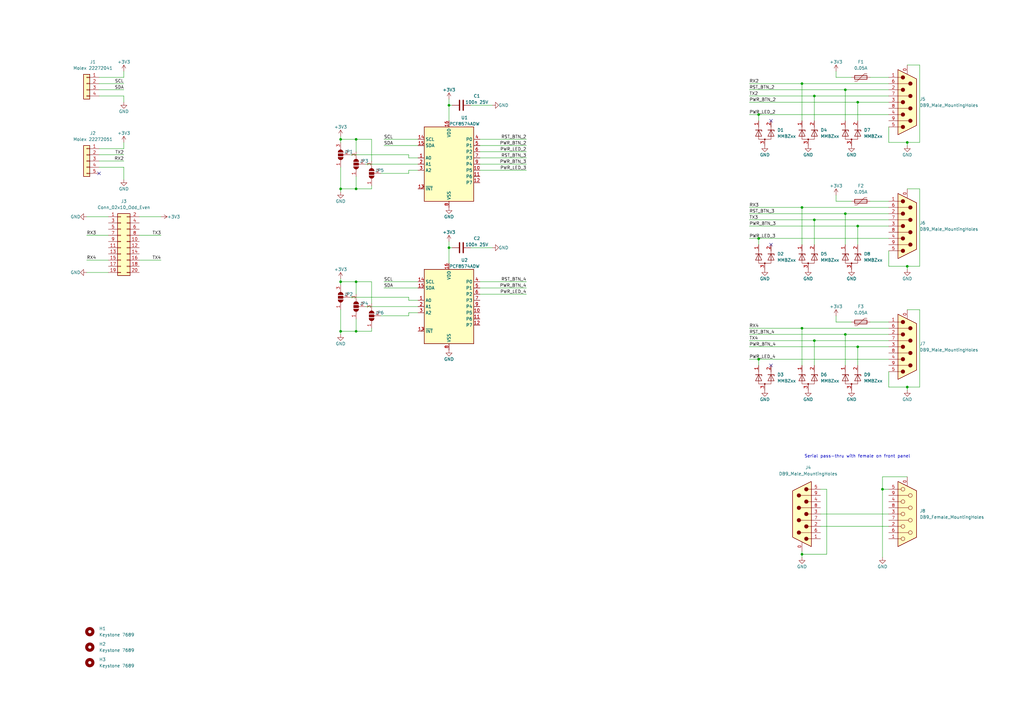
<source format=kicad_sch>
(kicad_sch (version 20201015) (generator eeschema)
  (paper "A3")
  (title_block (title "APU Interface Board") (date "2021-03-10") (rev "1") (company "AB Open"))
  (lib_symbols
    (symbol "Connector:DB9_Female_MountingHoles" (pin_names (offset 1.016) hide)
      (property "Reference" "J" (at 0 16.51 0))
      (property "Value" "DB9_Female_MountingHoles" (at 0 14.605 0))
      (symbol "DB9_Female_MountingHoles_0_1"
        (circle (center -1.778 -10.16) (radius 0.762))
        (circle (center -1.778 -5.08) (radius 0.762))
        (circle (center -1.778 0) (radius 0.762))
        (circle (center -1.778 5.08) (radius 0.762))
        (circle (center -1.778 10.16) (radius 0.762))
        (circle (center 1.27 -7.62) (radius 0.762))
        (circle (center 1.27 -2.54) (radius 0.762))
        (circle (center 1.27 2.54) (radius 0.762))
        (circle (center 1.27 7.62) (radius 0.762))
        (polyline (pts (xy -3.81 -10.16) (xy -2.54 -10.16)))
        (polyline (pts (xy -3.81 -7.62) (xy 0.508 -7.62)))
        (polyline (pts (xy -3.81 -5.08) (xy -2.54 -5.08)))
        (polyline (pts (xy -3.81 -2.54) (xy 0.508 -2.54)))
        (polyline (pts (xy -3.81 0) (xy -2.54 0)))
        (polyline (pts (xy -3.81 2.54) (xy 0.508 2.54)))
        (polyline (pts (xy -3.81 5.08) (xy -2.54 5.08)))
        (polyline (pts (xy -3.81 7.62) (xy 0.508 7.62)))
        (polyline (pts (xy -3.81 10.16) (xy -2.54 10.16)))
        (polyline (pts (xy -3.81 13.335) (xy -3.81 -13.335) (xy 3.81 -9.525) (xy 3.81 9.525) (xy -3.81 13.335)) (stroke (width 0.254)) (fill (type background)))
      )
      (symbol "DB9_Female_MountingHoles_1_1"
        (pin passive line (at 0 -15.24 90) (length 3.81) (name "PAD") (number "0"))
        (pin passive line (at -7.62 10.16 0) (length 3.81) (name "1") (number "1"))
        (pin passive line (at -7.62 5.08 0) (length 3.81) (name "2") (number "2"))
        (pin passive line (at -7.62 0 0) (length 3.81) (name "3") (number "3"))
        (pin passive line (at -7.62 -5.08 0) (length 3.81) (name "4") (number "4"))
        (pin passive line (at -7.62 -10.16 0) (length 3.81) (name "5") (number "5"))
        (pin passive line (at -7.62 7.62 0) (length 3.81) (name "6") (number "6"))
        (pin passive line (at -7.62 2.54 0) (length 3.81) (name "7") (number "7"))
        (pin passive line (at -7.62 -2.54 0) (length 3.81) (name "8") (number "8"))
        (pin passive line (at -7.62 -7.62 0) (length 3.81) (name "9") (number "9"))
      )
    )
    (symbol "Connector:DB9_Male_MountingHoles" (pin_names (offset 1.016) hide)
      (property "Reference" "J" (at 0 16.51 0))
      (property "Value" "DB9_Male_MountingHoles" (at 0 14.605 0))
      (symbol "DB9_Male_MountingHoles_0_1"
        (circle (center -1.778 -10.16) (radius 0.762) (fill (type outline)))
        (circle (center -1.778 -5.08) (radius 0.762) (fill (type outline)))
        (circle (center -1.778 0) (radius 0.762) (fill (type outline)))
        (circle (center -1.778 5.08) (radius 0.762) (fill (type outline)))
        (circle (center -1.778 10.16) (radius 0.762) (fill (type outline)))
        (circle (center 1.27 -7.62) (radius 0.762) (fill (type outline)))
        (circle (center 1.27 -2.54) (radius 0.762) (fill (type outline)))
        (circle (center 1.27 2.54) (radius 0.762) (fill (type outline)))
        (circle (center 1.27 7.62) (radius 0.762) (fill (type outline)))
        (polyline (pts (xy -3.81 -10.16) (xy -2.54 -10.16)))
        (polyline (pts (xy -3.81 -7.62) (xy 0.508 -7.62)))
        (polyline (pts (xy -3.81 -5.08) (xy -2.54 -5.08)))
        (polyline (pts (xy -3.81 -2.54) (xy 0.508 -2.54)))
        (polyline (pts (xy -3.81 0) (xy -2.54 0)))
        (polyline (pts (xy -3.81 2.54) (xy 0.508 2.54)))
        (polyline (pts (xy -3.81 5.08) (xy -2.54 5.08)))
        (polyline (pts (xy -3.81 7.62) (xy 0.508 7.62)))
        (polyline (pts (xy -3.81 10.16) (xy -2.54 10.16)))
        (polyline (pts (xy -3.81 -13.335) (xy -3.81 13.335) (xy 3.81 9.525) (xy 3.81 -9.525) (xy -3.81 -13.335)) (stroke (width 0.254)) (fill (type background)))
      )
      (symbol "DB9_Male_MountingHoles_1_1"
        (pin passive line (at 0 -15.24 90) (length 3.81) (name "PAD") (number "0"))
        (pin passive line (at -7.62 -10.16 0) (length 3.81) (name "1") (number "1"))
        (pin passive line (at -7.62 -5.08 0) (length 3.81) (name "2") (number "2"))
        (pin passive line (at -7.62 0 0) (length 3.81) (name "3") (number "3"))
        (pin passive line (at -7.62 5.08 0) (length 3.81) (name "4") (number "4"))
        (pin passive line (at -7.62 10.16 0) (length 3.81) (name "5") (number "5"))
        (pin passive line (at -7.62 -7.62 0) (length 3.81) (name "6") (number "6"))
        (pin passive line (at -7.62 -2.54 0) (length 3.81) (name "7") (number "7"))
        (pin passive line (at -7.62 2.54 0) (length 3.81) (name "8") (number "8"))
        (pin passive line (at -7.62 7.62 0) (length 3.81) (name "9") (number "9"))
      )
    )
    (symbol "Connector_Generic:Conn_01x04" (pin_names (offset 1.016) hide)
      (property "Reference" "J" (at 0 5.08 0))
      (property "Value" "Conn_01x04" (at 0 -7.62 0))
      (symbol "Conn_01x04_1_1"
        (rectangle (start -1.27 -4.953) (end 0 -5.207) (stroke (width 0.1524)))
        (rectangle (start -1.27 -2.413) (end 0 -2.667) (stroke (width 0.1524)))
        (rectangle (start -1.27 2.667) (end 0 2.413) (stroke (width 0.1524)))
        (rectangle (start -1.27 3.81) (end 1.27 -6.35) (stroke (width 0.254)) (fill (type background)))
        (rectangle (start -1.27 0.127) (end 0 -0.127) (stroke (width 0.1524)))
        (pin passive line (at -5.08 2.54 0) (length 3.81) (name "Pin_1") (number "1"))
        (pin passive line (at -5.08 0 0) (length 3.81) (name "Pin_2") (number "2"))
        (pin passive line (at -5.08 -2.54 0) (length 3.81) (name "Pin_3") (number "3"))
        (pin passive line (at -5.08 -5.08 0) (length 3.81) (name "Pin_4") (number "4"))
      )
    )
    (symbol "Connector_Generic:Conn_01x05" (pin_names (offset 1.016) hide)
      (property "Reference" "J" (at 0 7.62 0))
      (property "Value" "Conn_01x05" (at 0 -7.62 0))
      (symbol "Conn_01x05_1_1"
        (rectangle (start -1.27 -4.953) (end 0 -5.207) (stroke (width 0.1524)))
        (rectangle (start -1.27 -2.413) (end 0 -2.667) (stroke (width 0.1524)))
        (rectangle (start -1.27 2.667) (end 0 2.413) (stroke (width 0.1524)))
        (rectangle (start -1.27 5.207) (end 0 4.953) (stroke (width 0.1524)))
        (rectangle (start -1.27 6.35) (end 1.27 -6.35) (stroke (width 0.254)) (fill (type background)))
        (rectangle (start -1.27 0.127) (end 0 -0.127) (stroke (width 0.1524)))
        (pin passive line (at -5.08 5.08 0) (length 3.81) (name "Pin_1") (number "1"))
        (pin passive line (at -5.08 2.54 0) (length 3.81) (name "Pin_2") (number "2"))
        (pin passive line (at -5.08 0 0) (length 3.81) (name "Pin_3") (number "3"))
        (pin passive line (at -5.08 -2.54 0) (length 3.81) (name "Pin_4") (number "4"))
        (pin passive line (at -5.08 -5.08 0) (length 3.81) (name "Pin_5") (number "5"))
      )
    )
    (symbol "Connector_Generic:Conn_02x10_Odd_Even" (pin_names (offset 1.016) hide)
      (property "Reference" "J" (at 1.27 12.7 0))
      (property "Value" "Conn_02x10_Odd_Even" (at 1.27 -15.24 0))
      (symbol "Conn_02x10_Odd_Even_1_1"
        (rectangle (start -1.27 -4.953) (end 0 -5.207) (stroke (width 0.1524)))
        (rectangle (start -1.27 -7.493) (end 0 -7.747) (stroke (width 0.1524)))
        (rectangle (start -1.27 -10.033) (end 0 -10.287) (stroke (width 0.1524)))
        (rectangle (start -1.27 -12.573) (end 0 -12.827) (stroke (width 0.1524)))
        (rectangle (start -1.27 -2.413) (end 0 -2.667) (stroke (width 0.1524)))
        (rectangle (start -1.27 2.667) (end 0 2.413) (stroke (width 0.1524)))
        (rectangle (start -1.27 5.207) (end 0 4.953) (stroke (width 0.1524)))
        (rectangle (start -1.27 7.747) (end 0 7.493) (stroke (width 0.1524)))
        (rectangle (start -1.27 10.287) (end 0 10.033) (stroke (width 0.1524)))
        (rectangle (start -1.27 11.43) (end 3.81 -13.97) (stroke (width 0.254)) (fill (type background)))
        (rectangle (start -1.27 0.127) (end 0 -0.127) (stroke (width 0.1524)))
        (rectangle (start 3.81 -4.953) (end 2.54 -5.207) (stroke (width 0.1524)))
        (rectangle (start 3.81 -7.493) (end 2.54 -7.747) (stroke (width 0.1524)))
        (rectangle (start 3.81 -10.033) (end 2.54 -10.287) (stroke (width 0.1524)))
        (rectangle (start 3.81 -12.573) (end 2.54 -12.827) (stroke (width 0.1524)))
        (rectangle (start 3.81 -2.413) (end 2.54 -2.667) (stroke (width 0.1524)))
        (rectangle (start 3.81 2.667) (end 2.54 2.413) (stroke (width 0.1524)))
        (rectangle (start 3.81 5.207) (end 2.54 4.953) (stroke (width 0.1524)))
        (rectangle (start 3.81 7.747) (end 2.54 7.493) (stroke (width 0.1524)))
        (rectangle (start 3.81 10.287) (end 2.54 10.033) (stroke (width 0.1524)))
        (rectangle (start 3.81 0.127) (end 2.54 -0.127) (stroke (width 0.1524)))
        (pin passive line (at -5.08 10.16 0) (length 3.81) (name "Pin_1") (number "1"))
        (pin passive line (at 7.62 0 180) (length 3.81) (name "Pin_10") (number "10"))
        (pin passive line (at -5.08 -2.54 0) (length 3.81) (name "Pin_11") (number "11"))
        (pin passive line (at 7.62 -2.54 180) (length 3.81) (name "Pin_12") (number "12"))
        (pin passive line (at -5.08 -5.08 0) (length 3.81) (name "Pin_13") (number "13"))
        (pin passive line (at 7.62 -5.08 180) (length 3.81) (name "Pin_14") (number "14"))
        (pin passive line (at -5.08 -7.62 0) (length 3.81) (name "Pin_15") (number "15"))
        (pin passive line (at 7.62 -7.62 180) (length 3.81) (name "Pin_16") (number "16"))
        (pin passive line (at -5.08 -10.16 0) (length 3.81) (name "Pin_17") (number "17"))
        (pin passive line (at 7.62 -10.16 180) (length 3.81) (name "Pin_18") (number "18"))
        (pin passive line (at -5.08 -12.7 0) (length 3.81) (name "Pin_19") (number "19"))
        (pin passive line (at 7.62 10.16 180) (length 3.81) (name "Pin_2") (number "2"))
        (pin passive line (at 7.62 -12.7 180) (length 3.81) (name "Pin_20") (number "20"))
        (pin passive line (at -5.08 7.62 0) (length 3.81) (name "Pin_3") (number "3"))
        (pin passive line (at 7.62 7.62 180) (length 3.81) (name "Pin_4") (number "4"))
        (pin passive line (at -5.08 5.08 0) (length 3.81) (name "Pin_5") (number "5"))
        (pin passive line (at 7.62 5.08 180) (length 3.81) (name "Pin_6") (number "6"))
        (pin passive line (at -5.08 2.54 0) (length 3.81) (name "Pin_7") (number "7"))
        (pin passive line (at 7.62 2.54 180) (length 3.81) (name "Pin_8") (number "8"))
        (pin passive line (at -5.08 0 0) (length 3.81) (name "Pin_9") (number "9"))
      )
    )
    (symbol "Device:C" (pin_numbers hide) (pin_names (offset 0.254))
      (property "Reference" "C" (at 0.635 2.54 0))
      (property "Value" "C" (at 0.635 -2.54 0))
      (symbol "C_0_1"
        (polyline (pts (xy -2.032 -0.762) (xy 2.032 -0.762)) (stroke (width 0.508)))
        (polyline (pts (xy -2.032 0.762) (xy 2.032 0.762)) (stroke (width 0.508)))
      )
      (symbol "C_1_1"
        (pin passive line (at 0 3.81 270) (length 2.794) (name "~") (number "1"))
        (pin passive line (at 0 -3.81 90) (length 2.794) (name "~") (number "2"))
      )
    )
    (symbol "Device:Polyfuse" (pin_numbers hide) (pin_names (offset 0))
      (property "Reference" "F" (at -2.54 0 90))
      (property "Value" "Polyfuse" (at 2.54 0 90))
      (symbol "Polyfuse_0_1"
        (rectangle (start -0.762 2.54) (end 0.762 -2.54) (stroke (width 0.254)))
        (polyline (pts (xy 0 2.54) (xy 0 -2.54)))
        (polyline (pts (xy -1.524 2.54) (xy -1.524 1.524) (xy 1.524 -1.524) (xy 1.524 -2.54)))
      )
      (symbol "Polyfuse_1_1"
        (pin passive line (at 0 3.81 270) (length 1.27) (name "~") (number "1"))
        (pin passive line (at 0 -3.81 90) (length 1.27) (name "~") (number "2"))
      )
    )
    (symbol "Diode:MMBZxx" (pin_names (offset 1.016) hide)
      (property "Reference" "D" (at 3.81 2.54 0))
      (property "Value" "MMBZxx" (at 3.81 0 0))
      (symbol "MMBZxx_0_1"
        (circle (center 0 -2.54) (radius 0.254) (fill (type outline)))
        (polyline (pts (xy -2.54 -1.27) (xy -2.54 2.54)))
        (polyline (pts (xy 2.54 -1.27) (xy 2.54 2.54)))
        (polyline (pts (xy -3.81 1.27) (xy -1.27 1.27) (xy -1.27 0.762)) (stroke (width 0.254)))
        (polyline (pts (xy 1.27 1.27) (xy 3.81 1.27) (xy 3.81 0.762)) (stroke (width 0.254)))
        (polyline (pts (xy -2.54 0) (xy -2.54 -2.54) (xy 2.54 -2.54) (xy 2.54 0)))
      )
      (symbol "MMBZxx_1_1"
        (polyline (pts (xy -3.81 -1.27) (xy -1.27 -1.27) (xy -2.54 1.27) (xy -3.81 -1.27)) (stroke (width 0.2032)))
        (polyline (pts (xy 1.27 -1.27) (xy 3.81 -1.27) (xy 2.54 1.27) (xy 1.27 -1.27)) (stroke (width 0.2032)))
        (pin passive line (at -2.54 5.08 270) (length 2.54) (name "K") (number "1"))
        (pin passive line (at 2.54 5.08 270) (length 2.54) (name "K") (number "2"))
        (pin passive line (at 0 -5.08 90) (length 2.54) (name "A") (number "3"))
      )
    )
    (symbol "Interface_Expansion:PCF8574"
      (property "Reference" "U" (at -8.89 16.51 0))
      (property "Value" "PCF8574" (at 2.54 16.51 0))
      (symbol "PCF8574_0_1"
        (rectangle (start -10.16 15.24) (end 10.16 -15.24) (stroke (width 0.254)) (fill (type background)))
      )
      (symbol "PCF8574_1_1"
        (pin input line (at -12.7 2.54 0) (length 2.54) (name "A0") (number "1"))
        (pin bidirectional line (at 12.7 -2.54 180) (length 2.54) (name "P5") (number "10"))
        (pin bidirectional line (at 12.7 -5.08 180) (length 2.54) (name "P6") (number "11"))
        (pin bidirectional line (at 12.7 -7.62 180) (length 2.54) (name "P7") (number "12"))
        (pin open_collector output_low (at -12.7 -10.16 0) (length 2.54) (name "~INT~") (number "13"))
        (pin input line (at -12.7 10.16 0) (length 2.54) (name "SCL") (number "14"))
        (pin bidirectional line (at -12.7 7.62 0) (length 2.54) (name "SDA") (number "15"))
        (pin power_in line (at 0 17.78 270) (length 2.54) (name "VDD") (number "16"))
        (pin input line (at -12.7 0 0) (length 2.54) (name "A1") (number "2"))
        (pin input line (at -12.7 -2.54 0) (length 2.54) (name "A2") (number "3"))
        (pin bidirectional line (at 12.7 10.16 180) (length 2.54) (name "P0") (number "4"))
        (pin bidirectional line (at 12.7 7.62 180) (length 2.54) (name "P1") (number "5"))
        (pin bidirectional line (at 12.7 5.08 180) (length 2.54) (name "P2") (number "6"))
        (pin bidirectional line (at 12.7 2.54 180) (length 2.54) (name "P3") (number "7"))
        (pin power_in line (at 0 -17.78 90) (length 2.54) (name "VSS") (number "8"))
        (pin bidirectional line (at 12.7 0 180) (length 2.54) (name "P4") (number "9"))
      )
    )
    (symbol "Jumper:SolderJumper_3_Open" (pin_names (offset 0) hide)
      (property "Reference" "JP" (at -2.54 -2.54 0))
      (property "Value" "SolderJumper_3_Open" (at 0 2.794 0))
      (symbol "SolderJumper_3_Open_0_1"
        (arc (start -1.016 1.016) (end -1.016 -1.016) (radius (at -1.016 0) (length 1.016) (angles 90.1 -90.1)))
        (arc (start -1.016 1.016) (end -1.016 -1.016) (radius (at -1.016 0) (length 1.016) (angles 90.1 -90.1)) (fill (type outline)))
        (arc (start 1.016 -1.016) (end 1.016 1.016) (radius (at 1.016 0) (length 1.016) (angles -89.9 89.9)))
        (arc (start 1.016 -1.016) (end 1.016 1.016) (radius (at 1.016 0) (length 1.016) (angles -89.9 89.9)) (fill (type outline)))
        (rectangle (start -0.508 1.016) (end 0.508 -1.016) (fill (type outline)))
        (polyline (pts (xy -2.54 0) (xy -2.032 0)))
        (polyline (pts (xy -1.016 1.016) (xy -1.016 -1.016)))
        (polyline (pts (xy 0 -1.27) (xy 0 -1.016)))
        (polyline (pts (xy 1.016 1.016) (xy 1.016 -1.016)))
        (polyline (pts (xy 2.54 0) (xy 2.032 0)))
      )
      (symbol "SolderJumper_3_Open_1_1"
        (pin passive line (at -5.08 0 0) (length 2.54) (name "A") (number "1"))
        (pin input line (at 0 -3.81 90) (length 2.54) (name "C") (number "2"))
        (pin passive line (at 5.08 0 180) (length 2.54) (name "B") (number "3"))
      )
    )
    (symbol "Mechanical:MountingHole" (pin_names (offset 1.016))
      (property "Reference" "H" (at 0 5.08 0))
      (property "Value" "MountingHole" (at 0 3.175 0))
      (symbol "MountingHole_0_1"
        (circle (center 0 0) (radius 1.27) (stroke (width 1.27)))
      )
    )
    (symbol "power:+3V3" (power) (pin_names (offset 0))
      (property "Value" "+3V3" (at 0 3.556 0))
      (symbol "+3V3_0_1"
        (polyline (pts (xy -0.762 1.27) (xy 0 2.54)))
        (polyline (pts (xy 0 0) (xy 0 2.54)))
        (polyline (pts (xy 0 2.54) (xy 0.762 1.27)))
      )
      (symbol "+3V3_1_1"
        (pin power_in line (at 0 0 90) (length 0) hide (name "+3V3") (number "1"))
      )
    )
    (symbol "power:GND" (power) (pin_names (offset 0))
      (property "Value" "GND" (at 0 -3.81 0))
      (symbol "GND_0_1"
        (polyline (pts (xy 0 0) (xy 0 -1.27) (xy 1.27 -1.27) (xy 0 -2.54) (xy -1.27 -1.27) (xy 0 -1.27)))
      )
      (symbol "GND_1_1"
        (pin power_in line (at 0 0 270) (length 0) hide (name "GND") (number "1"))
      )
    )
  )
  (junction (at 139.7 57.15) (diameter 0.9144))
  (junction (at 139.7 77.47) (diameter 0.9144))
  (junction (at 139.7 115.57) (diameter 0.9144))
  (junction (at 139.7 135.89) (diameter 0.9144))
  (junction (at 146.05 57.15) (diameter 0.9144))
  (junction (at 146.05 77.47) (diameter 0.9144))
  (junction (at 146.05 115.57) (diameter 0.9144))
  (junction (at 146.05 135.89) (diameter 0.9144))
  (junction (at 184.15 43.18) (diameter 0.9144))
  (junction (at 184.15 101.6) (diameter 0.9144))
  (junction (at 311.15 46.99) (diameter 0.9144))
  (junction (at 311.15 97.79) (diameter 0.9144))
  (junction (at 311.15 147.32) (diameter 0.9144))
  (junction (at 328.93 34.29) (diameter 0.9144))
  (junction (at 328.93 85.09) (diameter 0.9144))
  (junction (at 328.93 134.62) (diameter 0.9144))
  (junction (at 328.93 227.33) (diameter 0.9144))
  (junction (at 334.01 39.37) (diameter 0.9144))
  (junction (at 334.01 90.17) (diameter 0.9144))
  (junction (at 334.01 139.7) (diameter 0.9144))
  (junction (at 346.71 36.83) (diameter 0.9144))
  (junction (at 346.71 87.63) (diameter 0.9144))
  (junction (at 346.71 137.16) (diameter 0.9144))
  (junction (at 351.79 41.91) (diameter 0.9144))
  (junction (at 351.79 92.71) (diameter 0.9144))
  (junction (at 351.79 142.24) (diameter 0.9144))
  (junction (at 361.95 200.66) (diameter 0.9144))
  (junction (at 372.11 58.42) (diameter 0.9144))
  (junction (at 372.11 109.22) (diameter 0.9144))
  (junction (at 372.11 158.75) (diameter 0.9144))
  (no_connect (at 316.23 49.53))
  (no_connect (at 40.64 71.12))
  (no_connect (at 316.23 100.33))
  (no_connect (at 316.23 149.86))
  (wire (pts (xy 35.56 88.9) (xy 44.45 88.9)))
  (wire (pts (xy 35.56 96.52) (xy 44.45 96.52)))
  (wire (pts (xy 35.56 106.68) (xy 44.45 106.68)))
  (wire (pts (xy 35.56 111.76) (xy 44.45 111.76)))
  (wire (pts (xy 40.64 31.75) (xy 50.8 31.75)))
  (wire (pts (xy 40.64 34.29) (xy 50.8 34.29)))
  (wire (pts (xy 40.64 36.83) (xy 50.8 36.83)))
  (wire (pts (xy 40.64 39.37) (xy 50.8 39.37)))
  (wire (pts (xy 40.64 60.96) (xy 50.8 60.96)))
  (wire (pts (xy 40.64 63.5) (xy 50.8 63.5)))
  (wire (pts (xy 40.64 66.04) (xy 50.8 66.04)))
  (wire (pts (xy 40.64 68.58) (xy 50.8 68.58)))
  (wire (pts (xy 50.8 31.75) (xy 50.8 29.21)))
  (wire (pts (xy 50.8 39.37) (xy 50.8 41.91)))
  (wire (pts (xy 50.8 60.96) (xy 50.8 58.42)))
  (wire (pts (xy 50.8 68.58) (xy 50.8 73.66)))
  (wire (pts (xy 57.15 88.9) (xy 66.04 88.9)))
  (wire (pts (xy 57.15 96.52) (xy 66.04 96.52)))
  (wire (pts (xy 57.15 106.68) (xy 66.04 106.68)))
  (wire (pts (xy 139.7 55.88) (xy 139.7 57.15)))
  (wire (pts (xy 139.7 57.15) (xy 139.7 58.42)))
  (wire (pts (xy 139.7 57.15) (xy 146.05 57.15)))
  (wire (pts (xy 139.7 68.58) (xy 139.7 77.47)))
  (wire (pts (xy 139.7 77.47) (xy 139.7 78.74)))
  (wire (pts (xy 139.7 114.3) (xy 139.7 115.57)))
  (wire (pts (xy 139.7 115.57) (xy 139.7 116.84)))
  (wire (pts (xy 139.7 115.57) (xy 146.05 115.57)))
  (wire (pts (xy 139.7 127) (xy 139.7 135.89)))
  (wire (pts (xy 139.7 135.89) (xy 139.7 137.16)))
  (wire (pts (xy 143.51 63.5) (xy 167.64 63.5)))
  (wire (pts (xy 143.51 121.92) (xy 167.64 121.92)))
  (wire (pts (xy 146.05 57.15) (xy 146.05 62.23)))
  (wire (pts (xy 146.05 57.15) (xy 152.4 57.15)))
  (wire (pts (xy 146.05 72.39) (xy 146.05 77.47)))
  (wire (pts (xy 146.05 77.47) (xy 139.7 77.47)))
  (wire (pts (xy 146.05 115.57) (xy 146.05 120.65)))
  (wire (pts (xy 146.05 115.57) (xy 152.4 115.57)))
  (wire (pts (xy 146.05 130.81) (xy 146.05 135.89)))
  (wire (pts (xy 146.05 135.89) (xy 139.7 135.89)))
  (wire (pts (xy 149.86 67.31) (xy 171.45 67.31)))
  (wire (pts (xy 149.86 125.73) (xy 171.45 125.73)))
  (wire (pts (xy 152.4 57.15) (xy 152.4 66.04)))
  (wire (pts (xy 152.4 76.2) (xy 152.4 77.47)))
  (wire (pts (xy 152.4 77.47) (xy 146.05 77.47)))
  (wire (pts (xy 152.4 115.57) (xy 152.4 124.46)))
  (wire (pts (xy 152.4 134.62) (xy 152.4 135.89)))
  (wire (pts (xy 152.4 135.89) (xy 146.05 135.89)))
  (wire (pts (xy 156.21 71.12) (xy 167.64 71.12)))
  (wire (pts (xy 156.21 129.54) (xy 167.64 129.54)))
  (wire (pts (xy 157.48 57.15) (xy 171.45 57.15)))
  (wire (pts (xy 157.48 59.69) (xy 171.45 59.69)))
  (wire (pts (xy 157.48 115.57) (xy 171.45 115.57)))
  (wire (pts (xy 157.48 118.11) (xy 171.45 118.11)))
  (wire (pts (xy 167.64 63.5) (xy 167.64 64.77)))
  (wire (pts (xy 167.64 64.77) (xy 171.45 64.77)))
  (wire (pts (xy 167.64 69.85) (xy 171.45 69.85)))
  (wire (pts (xy 167.64 71.12) (xy 167.64 69.85)))
  (wire (pts (xy 167.64 121.92) (xy 167.64 123.19)))
  (wire (pts (xy 167.64 123.19) (xy 171.45 123.19)))
  (wire (pts (xy 167.64 128.27) (xy 167.64 129.54)))
  (wire (pts (xy 167.64 128.27) (xy 171.45 128.27)))
  (wire (pts (xy 184.15 40.64) (xy 184.15 43.18)))
  (wire (pts (xy 184.15 43.18) (xy 184.15 49.53)))
  (wire (pts (xy 184.15 99.06) (xy 184.15 101.6)))
  (wire (pts (xy 184.15 101.6) (xy 184.15 107.95)))
  (wire (pts (xy 185.42 43.18) (xy 184.15 43.18)))
  (wire (pts (xy 185.42 101.6) (xy 184.15 101.6)))
  (wire (pts (xy 193.04 43.18) (xy 201.93 43.18)))
  (wire (pts (xy 193.04 101.6) (xy 201.93 101.6)))
  (wire (pts (xy 196.85 57.15) (xy 215.9 57.15)))
  (wire (pts (xy 196.85 59.69) (xy 215.9 59.69)))
  (wire (pts (xy 196.85 62.23) (xy 215.9 62.23)))
  (wire (pts (xy 196.85 64.77) (xy 215.9 64.77)))
  (wire (pts (xy 196.85 67.31) (xy 215.9 67.31)))
  (wire (pts (xy 196.85 69.85) (xy 215.9 69.85)))
  (wire (pts (xy 196.85 115.57) (xy 215.9 115.57)))
  (wire (pts (xy 196.85 118.11) (xy 215.9 118.11)))
  (wire (pts (xy 196.85 120.65) (xy 215.9 120.65)))
  (wire (pts (xy 307.34 34.29) (xy 328.93 34.29)))
  (wire (pts (xy 307.34 36.83) (xy 346.71 36.83)))
  (wire (pts (xy 307.34 39.37) (xy 334.01 39.37)))
  (wire (pts (xy 307.34 41.91) (xy 351.79 41.91)))
  (wire (pts (xy 307.34 46.99) (xy 311.15 46.99)))
  (wire (pts (xy 307.34 85.09) (xy 328.93 85.09)))
  (wire (pts (xy 307.34 87.63) (xy 346.71 87.63)))
  (wire (pts (xy 307.34 90.17) (xy 334.01 90.17)))
  (wire (pts (xy 307.34 92.71) (xy 351.79 92.71)))
  (wire (pts (xy 307.34 97.79) (xy 311.15 97.79)))
  (wire (pts (xy 307.34 134.62) (xy 328.93 134.62)))
  (wire (pts (xy 307.34 137.16) (xy 346.71 137.16)))
  (wire (pts (xy 307.34 139.7) (xy 334.01 139.7)))
  (wire (pts (xy 307.34 142.24) (xy 351.79 142.24)))
  (wire (pts (xy 307.34 147.32) (xy 311.15 147.32)))
  (wire (pts (xy 311.15 46.99) (xy 311.15 49.53)))
  (wire (pts (xy 311.15 46.99) (xy 364.49 46.99)))
  (wire (pts (xy 311.15 97.79) (xy 311.15 100.33)))
  (wire (pts (xy 311.15 97.79) (xy 364.49 97.79)))
  (wire (pts (xy 311.15 147.32) (xy 311.15 149.86)))
  (wire (pts (xy 311.15 147.32) (xy 364.49 147.32)))
  (wire (pts (xy 328.93 34.29) (xy 328.93 49.53)))
  (wire (pts (xy 328.93 34.29) (xy 364.49 34.29)))
  (wire (pts (xy 328.93 85.09) (xy 328.93 100.33)))
  (wire (pts (xy 328.93 85.09) (xy 364.49 85.09)))
  (wire (pts (xy 328.93 134.62) (xy 328.93 149.86)))
  (wire (pts (xy 328.93 134.62) (xy 364.49 134.62)))
  (wire (pts (xy 328.93 226.06) (xy 328.93 227.33)))
  (wire (pts (xy 328.93 227.33) (xy 328.93 228.6)))
  (wire (pts (xy 328.93 227.33) (xy 339.09 227.33)))
  (wire (pts (xy 334.01 39.37) (xy 334.01 49.53)))
  (wire (pts (xy 334.01 39.37) (xy 364.49 39.37)))
  (wire (pts (xy 334.01 90.17) (xy 334.01 100.33)))
  (wire (pts (xy 334.01 90.17) (xy 364.49 90.17)))
  (wire (pts (xy 334.01 139.7) (xy 334.01 149.86)))
  (wire (pts (xy 334.01 139.7) (xy 364.49 139.7)))
  (wire (pts (xy 336.55 200.66) (xy 339.09 200.66)))
  (wire (pts (xy 336.55 210.82) (xy 364.49 210.82)))
  (wire (pts (xy 336.55 215.9) (xy 364.49 215.9)))
  (wire (pts (xy 339.09 200.66) (xy 339.09 227.33)))
  (wire (pts (xy 342.9 31.75) (xy 342.9 29.21)))
  (wire (pts (xy 342.9 82.55) (xy 342.9 80.01)))
  (wire (pts (xy 342.9 132.08) (xy 342.9 129.54)))
  (wire (pts (xy 346.71 36.83) (xy 346.71 49.53)))
  (wire (pts (xy 346.71 36.83) (xy 364.49 36.83)))
  (wire (pts (xy 346.71 87.63) (xy 346.71 100.33)))
  (wire (pts (xy 346.71 87.63) (xy 364.49 87.63)))
  (wire (pts (xy 346.71 137.16) (xy 346.71 149.86)))
  (wire (pts (xy 346.71 137.16) (xy 364.49 137.16)))
  (wire (pts (xy 349.25 31.75) (xy 342.9 31.75)))
  (wire (pts (xy 349.25 82.55) (xy 342.9 82.55)))
  (wire (pts (xy 349.25 132.08) (xy 342.9 132.08)))
  (wire (pts (xy 351.79 41.91) (xy 351.79 49.53)))
  (wire (pts (xy 351.79 41.91) (xy 364.49 41.91)))
  (wire (pts (xy 351.79 92.71) (xy 351.79 100.33)))
  (wire (pts (xy 351.79 92.71) (xy 364.49 92.71)))
  (wire (pts (xy 351.79 142.24) (xy 351.79 149.86)))
  (wire (pts (xy 351.79 142.24) (xy 364.49 142.24)))
  (wire (pts (xy 356.87 31.75) (xy 364.49 31.75)))
  (wire (pts (xy 356.87 82.55) (xy 364.49 82.55)))
  (wire (pts (xy 356.87 132.08) (xy 364.49 132.08)))
  (wire (pts (xy 361.95 195.58) (xy 361.95 200.66)))
  (wire (pts (xy 361.95 200.66) (xy 361.95 228.6)))
  (wire (pts (xy 361.95 200.66) (xy 364.49 200.66)))
  (wire (pts (xy 364.49 58.42) (xy 364.49 52.07)))
  (wire (pts (xy 364.49 109.22) (xy 364.49 102.87)))
  (wire (pts (xy 364.49 158.75) (xy 364.49 152.4)))
  (wire (pts (xy 364.49 158.75) (xy 372.11 158.75)))
  (wire (pts (xy 372.11 26.67) (xy 377.19 26.67)))
  (wire (pts (xy 372.11 58.42) (xy 364.49 58.42)))
  (wire (pts (xy 372.11 58.42) (xy 372.11 59.69)))
  (wire (pts (xy 372.11 109.22) (xy 364.49 109.22)))
  (wire (pts (xy 372.11 109.22) (xy 372.11 110.49)))
  (wire (pts (xy 372.11 109.22) (xy 377.19 109.22)))
  (wire (pts (xy 372.11 127) (xy 377.19 127)))
  (wire (pts (xy 372.11 158.75) (xy 372.11 160.02)))
  (wire (pts (xy 372.11 158.75) (xy 377.19 158.75)))
  (wire (pts (xy 372.11 195.58) (xy 361.95 195.58)))
  (wire (pts (xy 377.19 26.67) (xy 377.19 58.42)))
  (wire (pts (xy 377.19 58.42) (xy 372.11 58.42)))
  (wire (pts (xy 377.19 77.47) (xy 372.11 77.47)))
  (wire (pts (xy 377.19 109.22) (xy 377.19 77.47)))
  (wire (pts (xy 377.19 127) (xy 377.19 158.75)))
  (text "Serial pass-thru with female on front panel" (at 373.38 187.96 180) (effects (font (size 1.27 1.27)) (justify right bottom)))
  (label "RX3" (at 35.56 96.52 0))
  (label "RX4" (at 35.56 106.68 0))
  (label "SCL" (at 50.8 34.29 180))
  (label "SDA" (at 50.8 36.83 180))
  (label "TX2" (at 50.8 63.5 180))
  (label "RX2" (at 50.8 66.04 180))
  (label "TX3" (at 66.04 96.52 180))
  (label "TX4" (at 66.04 106.68 180))
  (label "SCL" (at 157.48 57.15 0))
  (label "SDA" (at 157.48 59.69 0))
  (label "SCL" (at 157.48 115.57 0))
  (label "SDA" (at 157.48 118.11 0))
  (label "RST_BTN_2" (at 215.9 57.15 180))
  (label "PWR_BTN_2" (at 215.9 59.69 180))
  (label "PWR_LED_2" (at 215.9 62.23 180))
  (label "RST_BTN_3" (at 215.9 64.77 180))
  (label "PWR_BTN_3" (at 215.9 67.31 180))
  (label "PWR_LED_3" (at 215.9 69.85 180))
  (label "RST_BTN_4" (at 215.9 115.57 180))
  (label "PWR_BTN_4" (at 215.9 118.11 180))
  (label "PWR_LED_4" (at 215.9 120.65 180))
  (label "RX2" (at 307.34 34.29 0))
  (label "RST_BTN_2" (at 307.34 36.83 0))
  (label "TX2" (at 307.34 39.37 0))
  (label "PWR_BTN_2" (at 307.34 41.91 0))
  (label "PWR_LED_2" (at 307.34 46.99 0))
  (label "RX3" (at 307.34 85.09 0))
  (label "RST_BTN_3" (at 307.34 87.63 0))
  (label "TX3" (at 307.34 90.17 0))
  (label "PWR_BTN_3" (at 307.34 92.71 0))
  (label "PWR_LED_3" (at 307.34 97.79 0))
  (label "RX4" (at 307.34 134.62 0))
  (label "RST_BTN_4" (at 307.34 137.16 0))
  (label "TX4" (at 307.34 139.7 0))
  (label "PWR_BTN_4" (at 307.34 142.24 0))
  (label "PWR_LED_4" (at 307.34 147.32 0))
  (symbol (lib_id "power:+3V3") (at 50.8 29.21 0) (unit 1)
    (property "Reference" "#PWR03" (effects hide))
    (property "Value" "+3V3" (at 50.8 25.4 0))
  )
  (symbol (lib_id "power:+3V3") (at 50.8 58.42 0) (unit 1)
    (property "Reference" "#PWR05" (effects hide))
    (property "Value" "+3V3" (at 50.8 54.61 0))
  )
  (symbol (lib_id "power:+3V3") (at 66.04 88.9 270) (unit 1)
    (property "Reference" "#PWR07" (effects hide))
    (property "Value" "+3V3" (at 68.58 88.9 90) (effects (justify left)))
  )
  (symbol (lib_id "power:+3V3") (at 139.7 55.88 0) (unit 1)
    (property "Reference" "#PWR08" (effects hide))
    (property "Value" "+3V3" (at 139.7 52.07 0))
  )
  (symbol (lib_id "power:+3V3") (at 139.7 114.3 0) (unit 1)
    (property "Reference" "#PWR010" (effects hide))
    (property "Value" "+3V3" (at 139.7 110.49 0))
  )
  (symbol (lib_id "power:+3V3") (at 184.15 40.64 0) (unit 1)
    (property "Reference" "#PWR012" (effects hide))
    (property "Value" "+3V3" (at 184.15 36.83 0))
  )
  (symbol (lib_id "power:+3V3") (at 184.15 99.06 0) (unit 1)
    (property "Reference" "#PWR014" (effects hide))
    (property "Value" "+3V3" (at 184.15 95.25 0))
  )
  (symbol (lib_id "power:+3V3") (at 342.9 29.21 0) (unit 1)
    (property "Reference" "#PWR024" (effects hide))
    (property "Value" "+3V3" (at 342.9 25.4 0))
  )
  (symbol (lib_id "power:+3V3") (at 342.9 80.01 0) (unit 1)
    (property "Reference" "#PWR025" (effects hide))
    (property "Value" "+3V3" (at 342.9 76.2 0))
  )
  (symbol (lib_id "power:+3V3") (at 342.9 129.54 0) (unit 1)
    (property "Reference" "#PWR026" (effects hide))
    (property "Value" "+3V3" (at 342.9 125.73 0))
  )
  (symbol (lib_id "power:GND") (at 35.56 88.9 270) (unit 1)
    (property "Reference" "#PWR01" (effects hide))
    (property "Value" "GND" (at 33.02 88.9 90) (effects (justify right)))
  )
  (symbol (lib_id "power:GND") (at 35.56 111.76 270) (unit 1)
    (property "Reference" "#PWR02" (effects hide))
    (property "Value" "GND" (at 33.02 111.76 90) (effects (justify right)))
  )
  (symbol (lib_id "power:GND") (at 50.8 41.91 0) (unit 1)
    (property "Reference" "#PWR04" (effects hide))
    (property "Value" "GND" (at 50.8 45.72 0))
  )
  (symbol (lib_id "power:GND") (at 50.8 73.66 0) (unit 1)
    (property "Reference" "#PWR06" (effects hide))
    (property "Value" "GND" (at 50.8 77.47 0))
  )
  (symbol (lib_id "power:GND") (at 139.7 78.74 0) (unit 1)
    (property "Reference" "#PWR09" (effects hide))
    (property "Value" "GND" (at 139.7 82.55 0))
  )
  (symbol (lib_id "power:GND") (at 139.7 137.16 0) (unit 1)
    (property "Reference" "#PWR011" (effects hide))
    (property "Value" "GND" (at 139.7 140.97 0))
  )
  (symbol (lib_id "power:GND") (at 184.15 85.09 0) (unit 1)
    (property "Reference" "#PWR013" (effects hide))
    (property "Value" "GND" (at 184.15 88.9 0))
  )
  (symbol (lib_id "power:GND") (at 184.15 143.51 0) (unit 1)
    (property "Reference" "#PWR015" (effects hide))
    (property "Value" "GND" (at 184.15 147.32 0))
  )
  (symbol (lib_id "power:GND") (at 201.93 43.18 90) (unit 1)
    (property "Reference" "#PWR016" (effects hide))
    (property "Value" "GND" (at 204.47 43.18 90) (effects (justify right)))
  )
  (symbol (lib_id "power:GND") (at 201.93 101.6 90) (unit 1)
    (property "Reference" "#PWR017" (effects hide))
    (property "Value" "GND" (at 204.47 101.6 90) (effects (justify right)))
  )
  (symbol (lib_id "power:GND") (at 313.69 59.69 0) (unit 1)
    (property "Reference" "#PWR018" (effects hide))
    (property "Value" "GND" (at 313.69 63.5 0))
  )
  (symbol (lib_id "power:GND") (at 313.69 110.49 0) (unit 1)
    (property "Reference" "#PWR019" (effects hide))
    (property "Value" "GND" (at 313.69 114.3 0))
  )
  (symbol (lib_id "power:GND") (at 313.69 160.02 0) (unit 1)
    (property "Reference" "#PWR020" (effects hide))
    (property "Value" "GND" (at 313.69 163.83 0))
  )
  (symbol (lib_id "power:GND") (at 328.93 228.6 0) (unit 1)
    (property "Reference" "#PWR?" (effects hide))
    (property "Value" "GND" (at 328.93 232.41 0))
  )
  (symbol (lib_id "power:GND") (at 331.47 59.69 0) (unit 1)
    (property "Reference" "#PWR021" (effects hide))
    (property "Value" "GND" (at 331.47 63.5 0))
  )
  (symbol (lib_id "power:GND") (at 331.47 110.49 0) (unit 1)
    (property "Reference" "#PWR022" (effects hide))
    (property "Value" "GND" (at 331.47 114.3 0))
  )
  (symbol (lib_id "power:GND") (at 331.47 160.02 0) (unit 1)
    (property "Reference" "#PWR023" (effects hide))
    (property "Value" "GND" (at 331.47 163.83 0))
  )
  (symbol (lib_id "power:GND") (at 349.25 59.69 0) (unit 1)
    (property "Reference" "#PWR027" (effects hide))
    (property "Value" "GND" (at 349.25 63.5 0))
  )
  (symbol (lib_id "power:GND") (at 349.25 110.49 0) (unit 1)
    (property "Reference" "#PWR028" (effects hide))
    (property "Value" "GND" (at 349.25 114.3 0))
  )
  (symbol (lib_id "power:GND") (at 349.25 160.02 0) (unit 1)
    (property "Reference" "#PWR029" (effects hide))
    (property "Value" "GND" (at 349.25 163.83 0))
  )
  (symbol (lib_id "power:GND") (at 361.95 228.6 0) (unit 1)
    (property "Reference" "#PWR?" (effects hide))
    (property "Value" "GND" (at 361.95 232.41 0))
  )
  (symbol (lib_id "power:GND") (at 372.11 59.69 0) (unit 1)
    (property "Reference" "#PWR030" (effects hide))
    (property "Value" "GND" (at 372.11 63.5 0))
  )
  (symbol (lib_id "power:GND") (at 372.11 110.49 0) (unit 1)
    (property "Reference" "#PWR031" (effects hide))
    (property "Value" "GND" (at 372.11 114.3 0))
  )
  (symbol (lib_id "power:GND") (at 372.11 160.02 0) (unit 1)
    (property "Reference" "#PWR032" (effects hide))
    (property "Value" "GND" (at 372.11 163.83 0))
  )
  (symbol (lib_id "Mechanical:MountingHole") (at 36.83 259.08 0) (unit 1)
    (property "Reference" "H1" (at 40.64 257.81 0) (effects (justify left)))
    (property "Value" "Keystone 7689" (at 40.64 260.35 0) (effects (justify left)))
    (property "Footprint" "Library:Keystone_7689_RA_PCB_Screw_Terminal" (effects hide))
  )
  (symbol (lib_id "Mechanical:MountingHole") (at 36.83 265.43 0) (unit 1)
    (property "Reference" "H2" (at 40.64 264.16 0) (effects (justify left)))
    (property "Value" "Keystone 7689" (at 40.64 266.7 0) (effects (justify left)))
    (property "Footprint" "Library:Keystone_7689_RA_PCB_Screw_Terminal" (effects hide))
  )
  (symbol (lib_id "Mechanical:MountingHole") (at 36.83 271.78 0) (unit 1)
    (property "Reference" "H3" (at 40.64 270.51 0) (effects (justify left)))
    (property "Value" "Keystone 7689" (at 40.64 273.05 0) (effects (justify left)))
    (property "Footprint" "Library:Keystone_7689_RA_PCB_Screw_Terminal" (effects hide))
  )
  (symbol (lib_id "Device:Polyfuse") (at 353.06 31.75 90) (unit 1)
    (property "Reference" "F1" (at 353.06 25.4 90))
    (property "Value" "0.05A" (at 353.06 27.94 90))
    (property "Footprint" "Fuse:Fuse_1210_3225Metric_Pad1.42x2.65mm_HandSolder" (effects hide))
    (property "Manufacturer" "Bourns" (effects hide))
    (property "ManufacturerPN" "MF-USMF005-2" (effects hide))
    (property "Supplier" "RS" (effects hide))
    (property "SupplierPN" "647-8342" (effects hide))
  )
  (symbol (lib_id "Device:Polyfuse") (at 353.06 82.55 90) (unit 1)
    (property "Reference" "F2" (at 353.06 76.2 90))
    (property "Value" "0.05A" (at 353.06 78.74 90))
    (property "Footprint" "Fuse:Fuse_1210_3225Metric_Pad1.42x2.65mm_HandSolder" (effects hide))
    (property "Manufacturer" "Bourns" (effects hide))
    (property "ManufacturerPN" "MF-USMF005-2" (effects hide))
    (property "Supplier" "RS" (effects hide))
    (property "SupplierPN" "647-8342" (effects hide))
  )
  (symbol (lib_id "Device:Polyfuse") (at 353.06 132.08 90) (unit 1)
    (property "Reference" "F3" (at 353.06 125.73 90))
    (property "Value" "0.05A" (at 353.06 128.27 90))
    (property "Footprint" "Fuse:Fuse_1210_3225Metric_Pad1.42x2.65mm_HandSolder" (effects hide))
    (property "Manufacturer" "Bourns" (effects hide))
    (property "ManufacturerPN" "MF-USMF005-2" (effects hide))
    (property "Supplier" "RS" (effects hide))
    (property "SupplierPN" "647-8342" (effects hide))
  )
  (symbol (lib_id "Device:C") (at 189.23 43.18 90) (mirror x) (unit 1)
    (property "Reference" "C1" (at 195.58 39.37 90))
    (property "Value" "100n 25V" (at 195.58 41.91 90))
    (property "Footprint" "Capacitor_SMD:C_0603_1608Metric_Pad1.08x0.95mm_HandSolder" (effects hide))
  )
  (symbol (lib_id "Device:C") (at 189.23 101.6 90) (mirror x) (unit 1)
    (property "Reference" "C2" (at 195.58 97.79 90))
    (property "Value" "100n 25V" (at 195.58 100.33 90))
    (property "Footprint" "Capacitor_SMD:C_0603_1608Metric_Pad1.08x0.95mm_HandSolder" (effects hide))
  )
  (symbol (lib_id "Jumper:SolderJumper_3_Open") (at 139.7 63.5 90) (unit 1)
    (property "Reference" "JP1" (at 144.78 62.23 90) (effects (justify left)))
    (property "Value" "SolderJumper_3_Open" (effects hide))
    (property "Footprint" "Jumper:SolderJumper-3_P2.0mm_Open_TrianglePad1.0x1.5mm" (effects hide))
  )
  (symbol (lib_id "Jumper:SolderJumper_3_Open") (at 139.7 121.92 90) (unit 1)
    (property "Reference" "JP2" (at 144.78 120.65 90) (effects (justify left)))
    (property "Value" "SolderJumper_3_Open" (effects hide))
    (property "Footprint" "Jumper:SolderJumper-3_P2.0mm_Open_TrianglePad1.0x1.5mm" (effects hide))
  )
  (symbol (lib_id "Jumper:SolderJumper_3_Open") (at 146.05 67.31 90) (unit 1)
    (property "Reference" "JP3" (at 151.13 66.04 90) (effects (justify left)))
    (property "Value" "SolderJumper_3_Open" (effects hide))
    (property "Footprint" "Jumper:SolderJumper-3_P2.0mm_Open_TrianglePad1.0x1.5mm" (effects hide))
  )
  (symbol (lib_id "Jumper:SolderJumper_3_Open") (at 146.05 125.73 90) (unit 1)
    (property "Reference" "JP4" (at 151.13 124.46 90) (effects (justify left)))
    (property "Value" "SolderJumper_3_Open" (effects hide))
    (property "Footprint" "Jumper:SolderJumper-3_P2.0mm_Open_TrianglePad1.0x1.5mm" (effects hide))
  )
  (symbol (lib_id "Jumper:SolderJumper_3_Open") (at 152.4 71.12 90) (unit 1)
    (property "Reference" "JP5" (at 157.48 69.85 90) (effects (justify left)))
    (property "Value" "SolderJumper_3_Open" (effects hide))
    (property "Footprint" "Jumper:SolderJumper-3_P2.0mm_Open_TrianglePad1.0x1.5mm" (effects hide))
  )
  (symbol (lib_id "Jumper:SolderJumper_3_Open") (at 152.4 129.54 90) (unit 1)
    (property "Reference" "JP6" (at 157.48 128.27 90) (effects (justify left)))
    (property "Value" "SolderJumper_3_Open" (effects hide))
    (property "Footprint" "Jumper:SolderJumper-3_P2.0mm_Open_TrianglePad1.0x1.5mm" (effects hide))
  )
  (symbol (lib_id "Connector_Generic:Conn_01x04") (at 35.56 34.29 0) (mirror y) (unit 1)
    (property "Reference" "J1" (at 38.1 25.4 0))
    (property "Value" "Molex 22272041" (at 38.1 27.94 0))
    (property "Footprint" "Connector_Molex:Molex_KK-254_AE-6410-04A_1x04_P2.54mm_Vertical" (effects hide))
    (property "Manufacturer" "Molex" (effects hide))
    (property "ManufacturerPN" "22272041" (effects hide))
  )
  (symbol (lib_id "Diode:MMBZxx") (at 313.69 54.61 0) (unit 1)
    (property "Reference" "D1" (at 318.77 53.34 0) (effects (justify left)))
    (property "Value" "MMBZxx" (at 318.77 55.88 0) (effects (justify left)))
    (property "Footprint" "Package_TO_SOT_SMD:SOT-23" (effects hide))
    (property "Datasheet" "http://www.onsemi.com/pub/Collateral/MMBZ5V6ALT1-D.PDF" (effects hide))
  )
  (symbol (lib_id "Diode:MMBZxx") (at 313.69 105.41 0) (unit 1)
    (property "Reference" "D2" (at 318.77 104.14 0) (effects (justify left)))
    (property "Value" "MMBZxx" (at 318.77 106.68 0) (effects (justify left)))
    (property "Footprint" "Package_TO_SOT_SMD:SOT-23" (effects hide))
    (property "Datasheet" "http://www.onsemi.com/pub/Collateral/MMBZ5V6ALT1-D.PDF" (effects hide))
  )
  (symbol (lib_id "Diode:MMBZxx") (at 313.69 154.94 0) (unit 1)
    (property "Reference" "D3" (at 318.77 153.67 0) (effects (justify left)))
    (property "Value" "MMBZxx" (at 318.77 156.21 0) (effects (justify left)))
    (property "Footprint" "Package_TO_SOT_SMD:SOT-23" (effects hide))
    (property "Datasheet" "http://www.onsemi.com/pub/Collateral/MMBZ5V6ALT1-D.PDF" (effects hide))
  )
  (symbol (lib_id "Diode:MMBZxx") (at 331.47 54.61 0) (unit 1)
    (property "Reference" "D4" (at 336.55 53.34 0) (effects (justify left)))
    (property "Value" "MMBZxx" (at 336.55 55.88 0) (effects (justify left)))
    (property "Footprint" "Package_TO_SOT_SMD:SOT-23" (effects hide))
    (property "Datasheet" "http://www.onsemi.com/pub/Collateral/MMBZ5V6ALT1-D.PDF" (effects hide))
  )
  (symbol (lib_id "Diode:MMBZxx") (at 331.47 105.41 0) (unit 1)
    (property "Reference" "D5" (at 336.55 104.14 0) (effects (justify left)))
    (property "Value" "MMBZxx" (at 336.55 106.68 0) (effects (justify left)))
    (property "Footprint" "Package_TO_SOT_SMD:SOT-23" (effects hide))
    (property "Datasheet" "http://www.onsemi.com/pub/Collateral/MMBZ5V6ALT1-D.PDF" (effects hide))
  )
  (symbol (lib_id "Diode:MMBZxx") (at 331.47 154.94 0) (unit 1)
    (property "Reference" "D6" (at 336.55 153.67 0) (effects (justify left)))
    (property "Value" "MMBZxx" (at 336.55 156.21 0) (effects (justify left)))
    (property "Footprint" "Package_TO_SOT_SMD:SOT-23" (effects hide))
    (property "Datasheet" "http://www.onsemi.com/pub/Collateral/MMBZ5V6ALT1-D.PDF" (effects hide))
  )
  (symbol (lib_id "Diode:MMBZxx") (at 349.25 54.61 0) (unit 1)
    (property "Reference" "D7" (at 354.33 53.34 0) (effects (justify left)))
    (property "Value" "MMBZxx" (at 354.33 55.88 0) (effects (justify left)))
    (property "Footprint" "Package_TO_SOT_SMD:SOT-23" (effects hide))
    (property "Datasheet" "http://www.onsemi.com/pub/Collateral/MMBZ5V6ALT1-D.PDF" (effects hide))
  )
  (symbol (lib_id "Diode:MMBZxx") (at 349.25 105.41 0) (unit 1)
    (property "Reference" "D8" (at 354.33 104.14 0) (effects (justify left)))
    (property "Value" "MMBZxx" (at 354.33 106.68 0) (effects (justify left)))
    (property "Footprint" "Package_TO_SOT_SMD:SOT-23" (effects hide))
    (property "Datasheet" "http://www.onsemi.com/pub/Collateral/MMBZ5V6ALT1-D.PDF" (effects hide))
  )
  (symbol (lib_id "Diode:MMBZxx") (at 349.25 154.94 0) (unit 1)
    (property "Reference" "D9" (at 354.33 153.67 0) (effects (justify left)))
    (property "Value" "MMBZxx" (at 354.33 156.21 0) (effects (justify left)))
    (property "Footprint" "Package_TO_SOT_SMD:SOT-23" (effects hide))
    (property "Datasheet" "http://www.onsemi.com/pub/Collateral/MMBZ5V6ALT1-D.PDF" (effects hide))
  )
  (symbol (lib_id "Connector_Generic:Conn_01x05") (at 35.56 66.04 0) (mirror y) (unit 1)
    (property "Reference" "J2" (at 38.1 54.61 0))
    (property "Value" "Molex 22272051" (at 38.1 57.15 0))
    (property "Footprint" "Connector_Molex:Molex_KK-254_AE-6410-05A_1x05_P2.54mm_Vertical" (effects hide))
  )
  (symbol (lib_id "Connector_Generic:Conn_02x10_Odd_Even") (at 49.53 99.06 0) (unit 1)
    (property "Reference" "J3" (at 50.8 82.55 0))
    (property "Value" "Conn_02x10_Odd_Even" (at 50.8 85.09 0))
    (property "Footprint" "Library:PinSocket_2x10_P2.54mm_Vertical_Flipped" (effects hide))
  )
  (symbol (lib_id "Connector:DB9_Male_MountingHoles") (at 328.93 210.82 0) (mirror y) (unit 1)
    (property "Reference" "J4" (at 331.47 191.77 0))
    (property "Value" "DB9_Male_MountingHoles" (at 331.47 194.31 0))
    (property "Footprint" "Library:Assman_A-DS_09_AKG-T2_Male_RA_TH_DB9" (effects hide))
    (property "Datasheet" " ~" (effects hide))
  )
  (symbol (lib_id "Connector:DB9_Male_MountingHoles") (at 372.11 41.91 0) (mirror x) (unit 1)
    (property "Reference" "J5" (at 377.19 40.64 0) (effects (justify left)))
    (property "Value" "DB9_Male_MountingHoles" (at 377.19 43.18 0) (effects (justify left)))
    (property "Footprint" "Library:Assman_A-DS_09_AKG-T2_Male_RA_TH_DB9" (effects hide))
    (property "Datasheet" " ~" (effects hide))
  )
  (symbol (lib_id "Connector:DB9_Male_MountingHoles") (at 372.11 92.71 0) (mirror x) (unit 1)
    (property "Reference" "J6" (at 377.19 91.44 0) (effects (justify left)))
    (property "Value" "DB9_Male_MountingHoles" (at 377.19 93.98 0) (effects (justify left)))
    (property "Footprint" "Library:Assman_A-DS_09_AKG-T2_Male_RA_TH_DB9" (effects hide))
    (property "Datasheet" " ~" (effects hide))
  )
  (symbol (lib_id "Connector:DB9_Male_MountingHoles") (at 372.11 142.24 0) (mirror x) (unit 1)
    (property "Reference" "J7" (at 377.19 140.97 0) (effects (justify left)))
    (property "Value" "DB9_Male_MountingHoles" (at 377.19 143.51 0) (effects (justify left)))
    (property "Footprint" "Library:Assman_A-DS_09_AKG-T2_Male_RA_TH_DB9" (effects hide))
    (property "Datasheet" " ~" (effects hide))
  )
  (symbol (lib_id "Connector:DB9_Female_MountingHoles") (at 372.11 210.82 0) (mirror x) (unit 1)
    (property "Reference" "J8" (at 377.19 209.55 0) (effects (justify left)))
    (property "Value" "DB9_Female_MountingHoles" (at 377.19 212.09 0) (effects (justify left)))
    (property "Footprint" "Library:Assman_A-DS_09_AKG-T2_Male_RA_TH_DB9" (effects hide))
    (property "Datasheet" " ~" (effects hide))
  )
  (symbol (lib_id "Interface_Expansion:PCF8574") (at 184.15 67.31 0) (unit 1)
    (property "Reference" "U1" (at 190.5 48.26 0))
    (property "Value" "PCF8574ADW" (at 190.5 50.8 0))
    (property "Footprint" "Package_SO:SOIC-16W_7.5x10.3mm_P1.27mm" (effects hide))
    (property "Datasheet" "https://www.ti.com/lit/ds/symlink/pcf8574.pdf" (effects hide))
  )
  (symbol (lib_id "Interface_Expansion:PCF8574") (at 184.15 125.73 0) (unit 1)
    (property "Reference" "U2" (at 190.5 106.68 0))
    (property "Value" "PCF8574ADW" (at 190.5 109.22 0))
    (property "Footprint" "Package_SO:SOIC-16W_7.5x10.3mm_P1.27mm" (effects hide))
    (property "Datasheet" "https://www.ti.com/lit/ds/symlink/pcf8574.pdf" (effects hide))
  )
)
</source>
